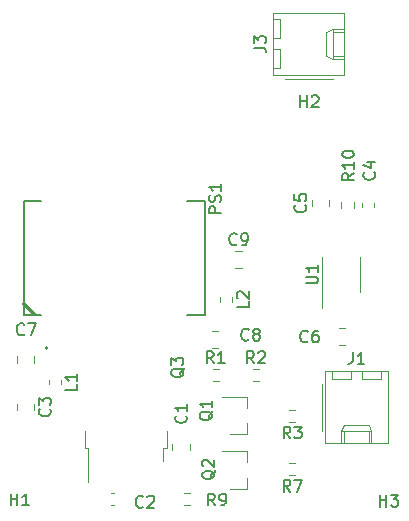
<source format=gbr>
%TF.GenerationSoftware,KiCad,Pcbnew,5.1.10-8.fc35*%
%TF.CreationDate,2021-11-18T10:19:23+00:00*%
%TF.ProjectId,cryosub_power_converter_top_v02,6372796f-7375-4625-9f70-6f7765725f63,rev?*%
%TF.SameCoordinates,Original*%
%TF.FileFunction,Legend,Top*%
%TF.FilePolarity,Positive*%
%FSLAX45Y45*%
G04 Gerber Fmt 4.5, Leading zero omitted, Abs format (unit mm)*
G04 Created by KiCad (PCBNEW 5.1.10-8.fc35) date 2021-11-18 10:19:23*
%MOMM*%
%LPD*%
G01*
G04 APERTURE LIST*
%ADD10C,0.300000*%
%ADD11C,0.120000*%
%ADD12C,0.127000*%
%ADD13C,0.200000*%
%ADD14C,0.150000*%
G04 APERTURE END LIST*
D10*
X10275000Y-12760000D02*
X10190000Y-12675000D01*
D11*
%TO.C,J1*%
X12737000Y-13247000D02*
X12737000Y-13849000D01*
X12737000Y-13849000D02*
X13267000Y-13849000D01*
X13267000Y-13849000D02*
X13267000Y-13247000D01*
X13267000Y-13247000D02*
X12737000Y-13247000D01*
X12708000Y-13350000D02*
X12708000Y-13750000D01*
X12875000Y-13849000D02*
X12875000Y-13749000D01*
X12875000Y-13749000D02*
X13129000Y-13749000D01*
X13129000Y-13749000D02*
X13129000Y-13849000D01*
X12875000Y-13749000D02*
X12900000Y-13696000D01*
X12900000Y-13696000D02*
X13104000Y-13696000D01*
X13104000Y-13696000D02*
X13129000Y-13749000D01*
X12900000Y-13849000D02*
X12900000Y-13749000D01*
X13104000Y-13849000D02*
X13104000Y-13749000D01*
X12795000Y-13247000D02*
X12795000Y-13307000D01*
X12795000Y-13307000D02*
X12955000Y-13307000D01*
X12955000Y-13307000D02*
X12955000Y-13247000D01*
X13049000Y-13247000D02*
X13049000Y-13307000D01*
X13049000Y-13307000D02*
X13209000Y-13307000D01*
X13209000Y-13307000D02*
X13209000Y-13247000D01*
%TO.C,L2*%
X11951000Y-12620373D02*
X11951000Y-12654627D01*
X11849000Y-12620373D02*
X11849000Y-12654627D01*
%TO.C,L1*%
X10501000Y-13320373D02*
X10501000Y-13354627D01*
X10399000Y-13320373D02*
X10399000Y-13354627D01*
%TO.C,C9*%
X11977625Y-12226500D02*
X12029875Y-12226500D01*
X11977625Y-12373500D02*
X12029875Y-12373500D01*
%TO.C,C8*%
X11777625Y-12901500D02*
X11829875Y-12901500D01*
X11777625Y-13048500D02*
X11829875Y-13048500D01*
%TO.C,C7*%
X10126500Y-13172375D02*
X10126500Y-13120125D01*
X10273500Y-13172375D02*
X10273500Y-13120125D01*
D12*
%TO.C,PS1*%
X10188000Y-11805000D02*
X10188000Y-12765000D01*
X11718000Y-12765000D02*
X11718000Y-11805000D01*
X10188000Y-12765000D02*
X10330000Y-12765000D01*
X11718000Y-11805000D02*
X11570000Y-11805000D01*
X10188000Y-11805000D02*
X10330000Y-11805000D01*
X11718000Y-12765000D02*
X11570000Y-12765000D01*
D13*
X10388500Y-13047000D02*
G75*
G03*
X10388500Y-13047000I-10000J0D01*
G01*
D11*
%TO.C,C6*%
X12852625Y-12876500D02*
X12904875Y-12876500D01*
X12852625Y-13023500D02*
X12904875Y-13023500D01*
%TO.C,R10*%
X12872750Y-11859222D02*
X12872750Y-11808278D01*
X12977250Y-11859222D02*
X12977250Y-11808278D01*
%TO.C,C5*%
X12626500Y-11847375D02*
X12626500Y-11795125D01*
X12773500Y-11847375D02*
X12773500Y-11795125D01*
%TO.C,C4*%
X13049000Y-11850877D02*
X13049000Y-11821623D01*
X13151000Y-11850877D02*
X13151000Y-11821623D01*
%TO.C,J3*%
X12297000Y-10738000D02*
X12899000Y-10738000D01*
X12899000Y-10738000D02*
X12899000Y-10208000D01*
X12899000Y-10208000D02*
X12297000Y-10208000D01*
X12297000Y-10208000D02*
X12297000Y-10738000D01*
X12400000Y-10767000D02*
X12800000Y-10767000D01*
X12899000Y-10600000D02*
X12799000Y-10600000D01*
X12799000Y-10600000D02*
X12799000Y-10346000D01*
X12799000Y-10346000D02*
X12899000Y-10346000D01*
X12799000Y-10600000D02*
X12746000Y-10575000D01*
X12746000Y-10575000D02*
X12746000Y-10371000D01*
X12746000Y-10371000D02*
X12799000Y-10346000D01*
X12899000Y-10575000D02*
X12799000Y-10575000D01*
X12899000Y-10371000D02*
X12799000Y-10371000D01*
X12297000Y-10680000D02*
X12357000Y-10680000D01*
X12357000Y-10680000D02*
X12357000Y-10520000D01*
X12357000Y-10520000D02*
X12297000Y-10520000D01*
X12297000Y-10426000D02*
X12357000Y-10426000D01*
X12357000Y-10426000D02*
X12357000Y-10266000D01*
X12357000Y-10266000D02*
X12297000Y-10266000D01*
%TO.C,C1*%
X11441500Y-13909875D02*
X11441500Y-13857625D01*
X11588500Y-13909875D02*
X11588500Y-13857625D01*
%TO.C,C2*%
X10950877Y-14274000D02*
X10921623Y-14274000D01*
X10950877Y-14376000D02*
X10921623Y-14376000D01*
%TO.C,C3*%
X10126500Y-13520125D02*
X10126500Y-13572375D01*
X10273500Y-13520125D02*
X10273500Y-13572375D01*
%TO.C,Q1*%
X12076000Y-13778000D02*
X12076000Y-13685000D01*
X12076000Y-13462000D02*
X12076000Y-13555000D01*
X12076000Y-13462000D02*
X11860000Y-13462000D01*
X12076000Y-13778000D02*
X11930000Y-13778000D01*
%TO.C,Q2*%
X12076000Y-14238000D02*
X11930000Y-14238000D01*
X12076000Y-13922000D02*
X11860000Y-13922000D01*
X12076000Y-13922000D02*
X12076000Y-14015000D01*
X12076000Y-14238000D02*
X12076000Y-14145000D01*
%TO.C,Q3*%
X11368000Y-13897000D02*
X11368000Y-14007000D01*
X11395000Y-13897000D02*
X11368000Y-13897000D01*
X11395000Y-13747000D02*
X11395000Y-13897000D01*
X10732000Y-13897000D02*
X10732000Y-14180000D01*
X10705000Y-13897000D02*
X10732000Y-13897000D01*
X10705000Y-13747000D02*
X10705000Y-13897000D01*
%TO.C,R1*%
X11783278Y-13327250D02*
X11834222Y-13327250D01*
X11783278Y-13222750D02*
X11834222Y-13222750D01*
%TO.C,R2*%
X12124528Y-13222750D02*
X12175472Y-13222750D01*
X12124528Y-13327250D02*
X12175472Y-13327250D01*
%TO.C,R3*%
X12484222Y-13572750D02*
X12433278Y-13572750D01*
X12484222Y-13677250D02*
X12433278Y-13677250D01*
%TO.C,R7*%
X12484222Y-14022750D02*
X12433278Y-14022750D01*
X12484222Y-14127250D02*
X12433278Y-14127250D01*
%TO.C,R9*%
X11540778Y-14377250D02*
X11591722Y-14377250D01*
X11540778Y-14272750D02*
X11591722Y-14272750D01*
%TO.C,U1*%
X12714000Y-12425000D02*
X12714000Y-12712500D01*
X12714000Y-12425000D02*
X12714000Y-12275000D01*
X13036000Y-12425000D02*
X13036000Y-12575000D01*
X13036000Y-12425000D02*
X13036000Y-12275000D01*
%TO.C,J1*%
D14*
X12968667Y-13083238D02*
X12968667Y-13154667D01*
X12963905Y-13168952D01*
X12954381Y-13178476D01*
X12940095Y-13183238D01*
X12930571Y-13183238D01*
X13068667Y-13183238D02*
X13011524Y-13183238D01*
X13040095Y-13183238D02*
X13040095Y-13083238D01*
X13030571Y-13097524D01*
X13021048Y-13107048D01*
X13011524Y-13111809D01*
%TO.C,L2*%
X12088238Y-12654167D02*
X12088238Y-12701786D01*
X11988238Y-12701786D01*
X11997762Y-12625595D02*
X11993000Y-12620833D01*
X11988238Y-12611309D01*
X11988238Y-12587500D01*
X11993000Y-12577976D01*
X11997762Y-12573214D01*
X12007286Y-12568452D01*
X12016809Y-12568452D01*
X12031095Y-12573214D01*
X12088238Y-12630357D01*
X12088238Y-12568452D01*
%TO.C,L1*%
X10638238Y-13354167D02*
X10638238Y-13401786D01*
X10538238Y-13401786D01*
X10638238Y-13268452D02*
X10638238Y-13325595D01*
X10638238Y-13297024D02*
X10538238Y-13297024D01*
X10552524Y-13306548D01*
X10562048Y-13316071D01*
X10566810Y-13325595D01*
%TO.C,C9*%
X11987083Y-12167714D02*
X11982321Y-12172476D01*
X11968036Y-12177238D01*
X11958512Y-12177238D01*
X11944226Y-12172476D01*
X11934702Y-12162952D01*
X11929940Y-12153428D01*
X11925178Y-12134381D01*
X11925178Y-12120095D01*
X11929940Y-12101048D01*
X11934702Y-12091524D01*
X11944226Y-12082000D01*
X11958512Y-12077238D01*
X11968036Y-12077238D01*
X11982321Y-12082000D01*
X11987083Y-12086762D01*
X12034702Y-12177238D02*
X12053750Y-12177238D01*
X12063274Y-12172476D01*
X12068036Y-12167714D01*
X12077559Y-12153428D01*
X12082321Y-12134381D01*
X12082321Y-12096286D01*
X12077559Y-12086762D01*
X12072798Y-12082000D01*
X12063274Y-12077238D01*
X12044226Y-12077238D01*
X12034702Y-12082000D01*
X12029940Y-12086762D01*
X12025178Y-12096286D01*
X12025178Y-12120095D01*
X12029940Y-12129619D01*
X12034702Y-12134381D01*
X12044226Y-12139143D01*
X12063274Y-12139143D01*
X12072798Y-12134381D01*
X12077559Y-12129619D01*
X12082321Y-12120095D01*
%TO.C,C8*%
X12088333Y-12975714D02*
X12083571Y-12980476D01*
X12069286Y-12985238D01*
X12059762Y-12985238D01*
X12045476Y-12980476D01*
X12035952Y-12970952D01*
X12031190Y-12961428D01*
X12026428Y-12942381D01*
X12026428Y-12928095D01*
X12031190Y-12909048D01*
X12035952Y-12899524D01*
X12045476Y-12890000D01*
X12059762Y-12885238D01*
X12069286Y-12885238D01*
X12083571Y-12890000D01*
X12088333Y-12894762D01*
X12145476Y-12928095D02*
X12135952Y-12923333D01*
X12131190Y-12918571D01*
X12126428Y-12909048D01*
X12126428Y-12904286D01*
X12131190Y-12894762D01*
X12135952Y-12890000D01*
X12145476Y-12885238D01*
X12164524Y-12885238D01*
X12174048Y-12890000D01*
X12178809Y-12894762D01*
X12183571Y-12904286D01*
X12183571Y-12909048D01*
X12178809Y-12918571D01*
X12174048Y-12923333D01*
X12164524Y-12928095D01*
X12145476Y-12928095D01*
X12135952Y-12932857D01*
X12131190Y-12937619D01*
X12126428Y-12947143D01*
X12126428Y-12966190D01*
X12131190Y-12975714D01*
X12135952Y-12980476D01*
X12145476Y-12985238D01*
X12164524Y-12985238D01*
X12174048Y-12980476D01*
X12178809Y-12975714D01*
X12183571Y-12966190D01*
X12183571Y-12947143D01*
X12178809Y-12937619D01*
X12174048Y-12932857D01*
X12164524Y-12928095D01*
%TO.C,C7*%
X10188333Y-12930714D02*
X10183571Y-12935476D01*
X10169286Y-12940238D01*
X10159762Y-12940238D01*
X10145476Y-12935476D01*
X10135952Y-12925952D01*
X10131190Y-12916428D01*
X10126429Y-12897381D01*
X10126429Y-12883095D01*
X10131190Y-12864048D01*
X10135952Y-12854524D01*
X10145476Y-12845000D01*
X10159762Y-12840238D01*
X10169286Y-12840238D01*
X10183571Y-12845000D01*
X10188333Y-12849762D01*
X10221667Y-12840238D02*
X10288333Y-12840238D01*
X10245476Y-12940238D01*
%TO.C,PS1*%
X11855238Y-11906428D02*
X11755238Y-11906428D01*
X11755238Y-11868333D01*
X11760000Y-11858809D01*
X11764762Y-11854048D01*
X11774286Y-11849286D01*
X11788571Y-11849286D01*
X11798095Y-11854048D01*
X11802857Y-11858809D01*
X11807619Y-11868333D01*
X11807619Y-11906428D01*
X11850476Y-11811190D02*
X11855238Y-11796905D01*
X11855238Y-11773095D01*
X11850476Y-11763571D01*
X11845714Y-11758809D01*
X11836190Y-11754048D01*
X11826667Y-11754048D01*
X11817143Y-11758809D01*
X11812381Y-11763571D01*
X11807619Y-11773095D01*
X11802857Y-11792143D01*
X11798095Y-11801667D01*
X11793333Y-11806428D01*
X11783809Y-11811190D01*
X11774286Y-11811190D01*
X11764762Y-11806428D01*
X11760000Y-11801667D01*
X11755238Y-11792143D01*
X11755238Y-11768333D01*
X11760000Y-11754048D01*
X11855238Y-11658809D02*
X11855238Y-11715952D01*
X11855238Y-11687381D02*
X11755238Y-11687381D01*
X11769524Y-11696905D01*
X11779048Y-11706428D01*
X11783809Y-11715952D01*
%TO.C,C6*%
X12588333Y-12990714D02*
X12583571Y-12995476D01*
X12569286Y-13000238D01*
X12559762Y-13000238D01*
X12545476Y-12995476D01*
X12535952Y-12985952D01*
X12531190Y-12976428D01*
X12526428Y-12957381D01*
X12526428Y-12943095D01*
X12531190Y-12924048D01*
X12535952Y-12914524D01*
X12545476Y-12905000D01*
X12559762Y-12900238D01*
X12569286Y-12900238D01*
X12583571Y-12905000D01*
X12588333Y-12909762D01*
X12674048Y-12900238D02*
X12655000Y-12900238D01*
X12645476Y-12905000D01*
X12640714Y-12909762D01*
X12631190Y-12924048D01*
X12626428Y-12943095D01*
X12626428Y-12981190D01*
X12631190Y-12990714D01*
X12635952Y-12995476D01*
X12645476Y-13000238D01*
X12664524Y-13000238D01*
X12674048Y-12995476D01*
X12678809Y-12990714D01*
X12683571Y-12981190D01*
X12683571Y-12957381D01*
X12678809Y-12947857D01*
X12674048Y-12943095D01*
X12664524Y-12938333D01*
X12645476Y-12938333D01*
X12635952Y-12943095D01*
X12631190Y-12947857D01*
X12626428Y-12957381D01*
%TO.C,R10*%
X12980238Y-11569286D02*
X12932619Y-11602619D01*
X12980238Y-11626428D02*
X12880238Y-11626428D01*
X12880238Y-11588333D01*
X12885000Y-11578809D01*
X12889762Y-11574048D01*
X12899286Y-11569286D01*
X12913571Y-11569286D01*
X12923095Y-11574048D01*
X12927857Y-11578809D01*
X12932619Y-11588333D01*
X12932619Y-11626428D01*
X12980238Y-11474048D02*
X12980238Y-11531190D01*
X12980238Y-11502619D02*
X12880238Y-11502619D01*
X12894524Y-11512143D01*
X12904048Y-11521667D01*
X12908809Y-11531190D01*
X12880238Y-11412143D02*
X12880238Y-11402619D01*
X12885000Y-11393095D01*
X12889762Y-11388333D01*
X12899286Y-11383571D01*
X12918333Y-11378809D01*
X12942143Y-11378809D01*
X12961190Y-11383571D01*
X12970714Y-11388333D01*
X12975476Y-11393095D01*
X12980238Y-11402619D01*
X12980238Y-11412143D01*
X12975476Y-11421667D01*
X12970714Y-11426428D01*
X12961190Y-11431190D01*
X12942143Y-11435952D01*
X12918333Y-11435952D01*
X12899286Y-11431190D01*
X12889762Y-11426428D01*
X12885000Y-11421667D01*
X12880238Y-11412143D01*
%TO.C,C5*%
X12567714Y-11837917D02*
X12572476Y-11842678D01*
X12577238Y-11856964D01*
X12577238Y-11866488D01*
X12572476Y-11880774D01*
X12562952Y-11890298D01*
X12553428Y-11895059D01*
X12534381Y-11899821D01*
X12520095Y-11899821D01*
X12501048Y-11895059D01*
X12491524Y-11890298D01*
X12482000Y-11880774D01*
X12477238Y-11866488D01*
X12477238Y-11856964D01*
X12482000Y-11842678D01*
X12486762Y-11837917D01*
X12477238Y-11747440D02*
X12477238Y-11795059D01*
X12524857Y-11799821D01*
X12520095Y-11795059D01*
X12515333Y-11785536D01*
X12515333Y-11761726D01*
X12520095Y-11752202D01*
X12524857Y-11747440D01*
X12534381Y-11742678D01*
X12558190Y-11742678D01*
X12567714Y-11747440D01*
X12572476Y-11752202D01*
X12577238Y-11761726D01*
X12577238Y-11785536D01*
X12572476Y-11795059D01*
X12567714Y-11799821D01*
%TO.C,C4*%
X13150714Y-11561667D02*
X13155476Y-11566428D01*
X13160238Y-11580714D01*
X13160238Y-11590238D01*
X13155476Y-11604524D01*
X13145952Y-11614048D01*
X13136428Y-11618809D01*
X13117381Y-11623571D01*
X13103095Y-11623571D01*
X13084048Y-11618809D01*
X13074524Y-11614048D01*
X13065000Y-11604524D01*
X13060238Y-11590238D01*
X13060238Y-11580714D01*
X13065000Y-11566428D01*
X13069762Y-11561667D01*
X13093571Y-11475952D02*
X13160238Y-11475952D01*
X13055476Y-11499762D02*
X13126905Y-11523571D01*
X13126905Y-11461667D01*
%TO.C,J3*%
X12133238Y-10506333D02*
X12204667Y-10506333D01*
X12218952Y-10511095D01*
X12228476Y-10520619D01*
X12233238Y-10534905D01*
X12233238Y-10544429D01*
X12133238Y-10468238D02*
X12133238Y-10406333D01*
X12171333Y-10439667D01*
X12171333Y-10425381D01*
X12176095Y-10415857D01*
X12180857Y-10411095D01*
X12190381Y-10406333D01*
X12214190Y-10406333D01*
X12223714Y-10411095D01*
X12228476Y-10415857D01*
X12233238Y-10425381D01*
X12233238Y-10453952D01*
X12228476Y-10463476D01*
X12223714Y-10468238D01*
%TO.C,C1*%
X11555714Y-13621667D02*
X11560476Y-13626428D01*
X11565238Y-13640714D01*
X11565238Y-13650238D01*
X11560476Y-13664524D01*
X11550952Y-13674048D01*
X11541428Y-13678809D01*
X11522381Y-13683571D01*
X11508095Y-13683571D01*
X11489048Y-13678809D01*
X11479524Y-13674048D01*
X11470000Y-13664524D01*
X11465238Y-13650238D01*
X11465238Y-13640714D01*
X11470000Y-13626428D01*
X11474762Y-13621667D01*
X11565238Y-13526428D02*
X11565238Y-13583571D01*
X11565238Y-13555000D02*
X11465238Y-13555000D01*
X11479524Y-13564524D01*
X11489048Y-13574048D01*
X11493809Y-13583571D01*
%TO.C,C2*%
X11193333Y-14390714D02*
X11188571Y-14395476D01*
X11174286Y-14400238D01*
X11164762Y-14400238D01*
X11150476Y-14395476D01*
X11140952Y-14385952D01*
X11136190Y-14376428D01*
X11131429Y-14357381D01*
X11131429Y-14343095D01*
X11136190Y-14324048D01*
X11140952Y-14314524D01*
X11150476Y-14305000D01*
X11164762Y-14300238D01*
X11174286Y-14300238D01*
X11188571Y-14305000D01*
X11193333Y-14309762D01*
X11231428Y-14309762D02*
X11236190Y-14305000D01*
X11245714Y-14300238D01*
X11269524Y-14300238D01*
X11279048Y-14305000D01*
X11283809Y-14309762D01*
X11288571Y-14319286D01*
X11288571Y-14328809D01*
X11283809Y-14343095D01*
X11226667Y-14400238D01*
X11288571Y-14400238D01*
%TO.C,C3*%
X10403714Y-13562917D02*
X10408476Y-13567678D01*
X10413238Y-13581964D01*
X10413238Y-13591488D01*
X10408476Y-13605774D01*
X10398952Y-13615298D01*
X10389429Y-13620059D01*
X10370381Y-13624821D01*
X10356095Y-13624821D01*
X10337048Y-13620059D01*
X10327524Y-13615298D01*
X10318000Y-13605774D01*
X10313238Y-13591488D01*
X10313238Y-13581964D01*
X10318000Y-13567678D01*
X10322762Y-13562917D01*
X10313238Y-13529583D02*
X10313238Y-13467678D01*
X10351333Y-13501012D01*
X10351333Y-13486726D01*
X10356095Y-13477202D01*
X10360857Y-13472440D01*
X10370381Y-13467678D01*
X10394190Y-13467678D01*
X10403714Y-13472440D01*
X10408476Y-13477202D01*
X10413238Y-13486726D01*
X10413238Y-13515298D01*
X10408476Y-13524821D01*
X10403714Y-13529583D01*
%TO.C,H1*%
X10073810Y-14380238D02*
X10073810Y-14280238D01*
X10073810Y-14327857D02*
X10130952Y-14327857D01*
X10130952Y-14380238D02*
X10130952Y-14280238D01*
X10230952Y-14380238D02*
X10173810Y-14380238D01*
X10202381Y-14380238D02*
X10202381Y-14280238D01*
X10192857Y-14294524D01*
X10183333Y-14304048D01*
X10173810Y-14308809D01*
%TO.C,H2*%
X12523809Y-11010238D02*
X12523809Y-10910238D01*
X12523809Y-10957857D02*
X12580952Y-10957857D01*
X12580952Y-11010238D02*
X12580952Y-10910238D01*
X12623809Y-10919762D02*
X12628571Y-10915000D01*
X12638095Y-10910238D01*
X12661905Y-10910238D01*
X12671428Y-10915000D01*
X12676190Y-10919762D01*
X12680952Y-10929286D01*
X12680952Y-10938810D01*
X12676190Y-10953095D01*
X12619048Y-11010238D01*
X12680952Y-11010238D01*
%TO.C,H3*%
X13198809Y-14390238D02*
X13198809Y-14290238D01*
X13198809Y-14337857D02*
X13255952Y-14337857D01*
X13255952Y-14390238D02*
X13255952Y-14290238D01*
X13294048Y-14290238D02*
X13355952Y-14290238D01*
X13322619Y-14328333D01*
X13336905Y-14328333D01*
X13346428Y-14333095D01*
X13351190Y-14337857D01*
X13355952Y-14347381D01*
X13355952Y-14371190D01*
X13351190Y-14380714D01*
X13346428Y-14385476D01*
X13336905Y-14390238D01*
X13308333Y-14390238D01*
X13298809Y-14385476D01*
X13294048Y-14380714D01*
%TO.C,Q1*%
X11784762Y-13584524D02*
X11780000Y-13594048D01*
X11770476Y-13603571D01*
X11756190Y-13617857D01*
X11751428Y-13627381D01*
X11751428Y-13636905D01*
X11775238Y-13632143D02*
X11770476Y-13641667D01*
X11760952Y-13651190D01*
X11741905Y-13655952D01*
X11708571Y-13655952D01*
X11689524Y-13651190D01*
X11680000Y-13641667D01*
X11675238Y-13632143D01*
X11675238Y-13613095D01*
X11680000Y-13603571D01*
X11689524Y-13594048D01*
X11708571Y-13589286D01*
X11741905Y-13589286D01*
X11760952Y-13594048D01*
X11770476Y-13603571D01*
X11775238Y-13613095D01*
X11775238Y-13632143D01*
X11775238Y-13494048D02*
X11775238Y-13551190D01*
X11775238Y-13522619D02*
X11675238Y-13522619D01*
X11689524Y-13532143D01*
X11699048Y-13541667D01*
X11703809Y-13551190D01*
%TO.C,Q2*%
X11804762Y-14084524D02*
X11800000Y-14094048D01*
X11790476Y-14103571D01*
X11776190Y-14117857D01*
X11771428Y-14127381D01*
X11771428Y-14136905D01*
X11795238Y-14132143D02*
X11790476Y-14141667D01*
X11780952Y-14151190D01*
X11761905Y-14155952D01*
X11728571Y-14155952D01*
X11709524Y-14151190D01*
X11700000Y-14141667D01*
X11695238Y-14132143D01*
X11695238Y-14113095D01*
X11700000Y-14103571D01*
X11709524Y-14094048D01*
X11728571Y-14089286D01*
X11761905Y-14089286D01*
X11780952Y-14094048D01*
X11790476Y-14103571D01*
X11795238Y-14113095D01*
X11795238Y-14132143D01*
X11704762Y-14051190D02*
X11700000Y-14046428D01*
X11695238Y-14036905D01*
X11695238Y-14013095D01*
X11700000Y-14003571D01*
X11704762Y-13998809D01*
X11714286Y-13994048D01*
X11723809Y-13994048D01*
X11738095Y-13998809D01*
X11795238Y-14055952D01*
X11795238Y-13994048D01*
%TO.C,Q3*%
X11544762Y-13219524D02*
X11540000Y-13229048D01*
X11530476Y-13238571D01*
X11516190Y-13252857D01*
X11511428Y-13262381D01*
X11511428Y-13271905D01*
X11535238Y-13267143D02*
X11530476Y-13276667D01*
X11520952Y-13286190D01*
X11501905Y-13290952D01*
X11468571Y-13290952D01*
X11449524Y-13286190D01*
X11440000Y-13276667D01*
X11435238Y-13267143D01*
X11435238Y-13248095D01*
X11440000Y-13238571D01*
X11449524Y-13229048D01*
X11468571Y-13224286D01*
X11501905Y-13224286D01*
X11520952Y-13229048D01*
X11530476Y-13238571D01*
X11535238Y-13248095D01*
X11535238Y-13267143D01*
X11435238Y-13190952D02*
X11435238Y-13129048D01*
X11473333Y-13162381D01*
X11473333Y-13148095D01*
X11478095Y-13138571D01*
X11482857Y-13133809D01*
X11492381Y-13129048D01*
X11516190Y-13129048D01*
X11525714Y-13133809D01*
X11530476Y-13138571D01*
X11535238Y-13148095D01*
X11535238Y-13176667D01*
X11530476Y-13186190D01*
X11525714Y-13190952D01*
%TO.C,R1*%
X11792083Y-13177238D02*
X11758750Y-13129619D01*
X11734940Y-13177238D02*
X11734940Y-13077238D01*
X11773036Y-13077238D01*
X11782559Y-13082000D01*
X11787321Y-13086762D01*
X11792083Y-13096286D01*
X11792083Y-13110571D01*
X11787321Y-13120095D01*
X11782559Y-13124857D01*
X11773036Y-13129619D01*
X11734940Y-13129619D01*
X11887321Y-13177238D02*
X11830178Y-13177238D01*
X11858750Y-13177238D02*
X11858750Y-13077238D01*
X11849226Y-13091524D01*
X11839702Y-13101048D01*
X11830178Y-13105809D01*
%TO.C,R2*%
X12133333Y-13177238D02*
X12100000Y-13129619D01*
X12076190Y-13177238D02*
X12076190Y-13077238D01*
X12114286Y-13077238D01*
X12123809Y-13082000D01*
X12128571Y-13086762D01*
X12133333Y-13096286D01*
X12133333Y-13110571D01*
X12128571Y-13120095D01*
X12123809Y-13124857D01*
X12114286Y-13129619D01*
X12076190Y-13129619D01*
X12171428Y-13086762D02*
X12176190Y-13082000D01*
X12185714Y-13077238D01*
X12209524Y-13077238D01*
X12219048Y-13082000D01*
X12223809Y-13086762D01*
X12228571Y-13096286D01*
X12228571Y-13105809D01*
X12223809Y-13120095D01*
X12166667Y-13177238D01*
X12228571Y-13177238D01*
%TO.C,R3*%
X12442083Y-13813238D02*
X12408750Y-13765619D01*
X12384940Y-13813238D02*
X12384940Y-13713238D01*
X12423036Y-13713238D01*
X12432559Y-13718000D01*
X12437321Y-13722762D01*
X12442083Y-13732286D01*
X12442083Y-13746571D01*
X12437321Y-13756095D01*
X12432559Y-13760857D01*
X12423036Y-13765619D01*
X12384940Y-13765619D01*
X12475417Y-13713238D02*
X12537321Y-13713238D01*
X12503988Y-13751333D01*
X12518274Y-13751333D01*
X12527798Y-13756095D01*
X12532559Y-13760857D01*
X12537321Y-13770381D01*
X12537321Y-13794190D01*
X12532559Y-13803714D01*
X12527798Y-13808476D01*
X12518274Y-13813238D01*
X12489702Y-13813238D01*
X12480178Y-13808476D01*
X12475417Y-13803714D01*
%TO.C,R7*%
X12442083Y-14263238D02*
X12408750Y-14215619D01*
X12384940Y-14263238D02*
X12384940Y-14163238D01*
X12423036Y-14163238D01*
X12432559Y-14168000D01*
X12437321Y-14172762D01*
X12442083Y-14182286D01*
X12442083Y-14196571D01*
X12437321Y-14206095D01*
X12432559Y-14210857D01*
X12423036Y-14215619D01*
X12384940Y-14215619D01*
X12475417Y-14163238D02*
X12542083Y-14163238D01*
X12499226Y-14263238D01*
%TO.C,R9*%
X11803333Y-14380238D02*
X11770000Y-14332619D01*
X11746190Y-14380238D02*
X11746190Y-14280238D01*
X11784286Y-14280238D01*
X11793809Y-14285000D01*
X11798571Y-14289762D01*
X11803333Y-14299286D01*
X11803333Y-14313571D01*
X11798571Y-14323095D01*
X11793809Y-14327857D01*
X11784286Y-14332619D01*
X11746190Y-14332619D01*
X11850952Y-14380238D02*
X11870000Y-14380238D01*
X11879524Y-14375476D01*
X11884286Y-14370714D01*
X11893809Y-14356428D01*
X11898571Y-14337381D01*
X11898571Y-14299286D01*
X11893809Y-14289762D01*
X11889048Y-14285000D01*
X11879524Y-14280238D01*
X11860476Y-14280238D01*
X11850952Y-14285000D01*
X11846190Y-14289762D01*
X11841428Y-14299286D01*
X11841428Y-14323095D01*
X11846190Y-14332619D01*
X11850952Y-14337381D01*
X11860476Y-14342143D01*
X11879524Y-14342143D01*
X11889048Y-14337381D01*
X11893809Y-14332619D01*
X11898571Y-14323095D01*
%TO.C,U1*%
X12575238Y-12501190D02*
X12656190Y-12501190D01*
X12665714Y-12496428D01*
X12670476Y-12491667D01*
X12675238Y-12482143D01*
X12675238Y-12463095D01*
X12670476Y-12453571D01*
X12665714Y-12448809D01*
X12656190Y-12444048D01*
X12575238Y-12444048D01*
X12675238Y-12344048D02*
X12675238Y-12401190D01*
X12675238Y-12372619D02*
X12575238Y-12372619D01*
X12589524Y-12382143D01*
X12599048Y-12391667D01*
X12603809Y-12401190D01*
%TD*%
M02*

</source>
